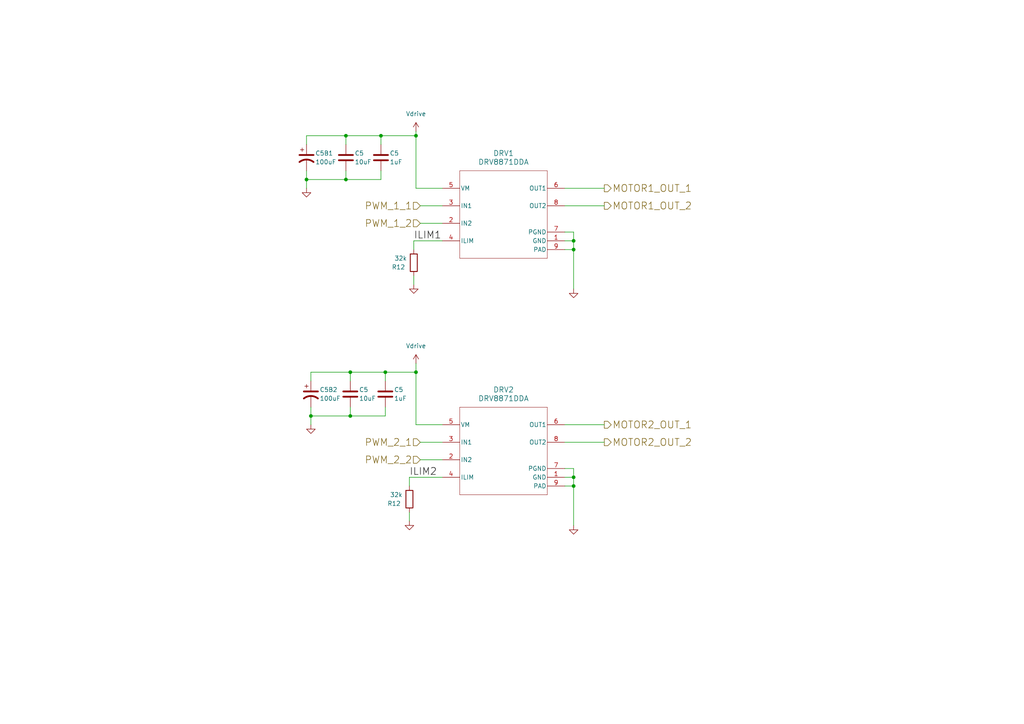
<source format=kicad_sch>
(kicad_sch (version 20230121) (generator eeschema)
  (paper "A4")
  (lib_symbols
    (symbol "DZRV8871:DRV8871DDA" (pin_names (offset 0.254))
      (property "Reference" "U" (at 0 2.54 0))
      (property "Value" "DRV8871DDA" (at 0 0 0))
      (symbol "DRV8871DDA_0_1"
        (polyline (pts (xy -12.7 -12.7) (xy 12.7 -12.7)) (stroke (width 0.1016)))
        (polyline (pts (xy -12.7 12.7) (xy -12.7 -12.7)) (stroke (width 0.1016)))
        (polyline (pts (xy 12.7 -12.7) (xy 12.7 12.7)) (stroke (width 0.1016)))
        (polyline (pts (xy 12.7 12.7) (xy -12.7 12.7)) (stroke (width 0.1016)))
        (pin power_in line (at 17.78 -7.62 180) (length 5.08) (name "GND") (number "1"))
        (pin input line (at -17.78 -2.54 0) (length 5.08) (name "IN2") (number "2"))
        (pin input line (at -17.78 2.54 0) (length 5.08) (name "IN1") (number "3"))
        (pin input line (at -17.78 -7.62 0) (length 5.08) (name "ILIM") (number "4"))
        (pin power_in line (at -17.78 7.62 0) (length 5.08) (name "VM") (number "5"))
        (pin output line (at 17.78 7.62 180) (length 5.08) (name "OUT1") (number "6"))
        (pin power_in line (at 17.78 -5.08 180) (length 5.08) (name "PGND") (number "7"))
        (pin output line (at 17.78 2.54 180) (length 5.08) (name "OUT2") (number "8"))
        (pin power_in line (at 17.78 -10.16 180) (length 5.08) (name "PAD") (number "9"))
      )
    )
    (symbol "Device:C" (pin_numbers hide) (pin_names (offset 0.254))
      (property "Reference" "C" (at 0.635 2.54 0))
      (property "Value" "C" (at 0.635 -2.54 0))
      (symbol "C_0_1"
        (polyline (pts (xy -2.032 -0.762) (xy 2.032 -0.762)) (stroke (width 0.508)))
        (polyline (pts (xy -2.032 0.762) (xy 2.032 0.762)) (stroke (width 0.508)))
      )
      (symbol "C_1_1"
        (pin passive line (at 0 3.81 270) (length 2.794) (name "~") (number "1"))
        (pin passive line (at 0 -3.81 90) (length 2.794) (name "~") (number "2"))
      )
    )
    (symbol "Device:C_Polarized_US" (pin_numbers hide) (pin_names (offset 0.254) hide)
      (property "Reference" "C" (at 0.635 2.54 0))
      (property "Value" "C_Polarized_US" (at 0.635 -2.54 0))
      (symbol "C_Polarized_US_0_1"
        (polyline (pts (xy -2.032 0.762) (xy 2.032 0.762)) (stroke (width 0.508)))
        (polyline (pts (xy -1.778 2.286) (xy -0.762 2.286)))
        (polyline (pts (xy -1.27 1.778) (xy -1.27 2.794)))
        (arc (start 2.032 -1.27) (mid 0 -0.5572) (end -2.032 -1.27) (stroke (width 0.508)))
      )
      (symbol "C_Polarized_US_1_1"
        (pin passive line (at 0 3.81 270) (length 2.794) (name "~") (number "1"))
        (pin passive line (at 0 -3.81 90) (length 3.302) (name "~") (number "2"))
      )
    )
    (symbol "Device:R" (pin_numbers hide) (pin_names (offset 0))
      (property "Reference" "R" (at 2.032 0 90))
      (property "Value" "R" (at 0 0 90))
      (symbol "R_0_1"
        (rectangle (start -1.016 -2.54) (end 1.016 2.54) (stroke (width 0.254)))
      )
      (symbol "R_1_1"
        (pin passive line (at 0 3.81 270) (length 1.27) (name "~") (number "1"))
        (pin passive line (at 0 -3.81 90) (length 1.27) (name "~") (number "2"))
      )
    )
    (symbol "power:GND" (power) (pin_names (offset 0))
      (property "Value" "GND" (at 0 -3.81 0))
      (symbol "GND_0_1"
        (polyline (pts (xy 0 0) (xy 0 -1.27) (xy 1.27 -1.27) (xy 0 -2.54) (xy -1.27 -1.27) (xy 0 -1.27)))
      )
      (symbol "GND_1_1"
        (pin power_in line (at 0 0 270) (length 0) hide (name "GND") (number "1"))
      )
    )
    (symbol "power:Vdrive" (power) (pin_names (offset 0))
      (property "Value" "Vdrive" (at 0 3.81 0))
      (symbol "Vdrive_0_1"
        (polyline (pts (xy -0.762 1.27) (xy 0 2.54)))
        (polyline (pts (xy 0 0) (xy 0 2.54)))
        (polyline (pts (xy 0 2.54) (xy 0.762 1.27)))
      )
      (symbol "Vdrive_1_1"
        (pin power_in line (at 0 0 90) (length 0) hide (name "Vdrive") (number "1"))
      )
    )
  )
  (junction (at 100.33 39.37))
  (junction (at 166.37 72.39))
  (junction (at 110.49 39.37))
  (junction (at 166.37 138.43))
  (junction (at 166.37 140.97))
  (junction (at 120.65 39.37))
  (junction (at 88.9 52.07))
  (junction (at 90.17 120.65))
  (junction (at 100.33 52.07))
  (junction (at 101.6 120.65))
  (junction (at 120.65 107.95))
  (junction (at 111.76 107.95))
  (junction (at 166.37 69.85))
  (junction (at 101.6 107.95))
  (wire (pts (xy 100.33 39.37) (xy 110.49 39.37)))
  (wire (pts (xy 120.65 54.61) (xy 128.27 54.61)))
  (wire (pts (xy 163.83 123.19) (xy 175.26 123.19)))
  (wire (pts (xy 120.65 123.19) (xy 128.27 123.19)))
  (wire (pts (xy 88.9 52.07) (xy 88.9 54.61)))
  (wire (pts (xy 110.49 52.07) (xy 110.49 49.53)))
  (wire (pts (xy 120.65 38.1) (xy 120.65 39.37)))
  (wire (pts (xy 166.37 72.39) (xy 166.37 83.82)))
  (wire (pts (xy 120.015 72.39) (xy 120.015 69.85)))
  (wire (pts (xy 120.65 107.95) (xy 120.65 123.19)))
  (wire (pts (xy 111.76 120.65) (xy 111.76 118.11)))
  (wire (pts (xy 101.6 118.11) (xy 101.6 120.65)))
  (wire (pts (xy 163.83 67.31) (xy 166.37 67.31)))
  (wire (pts (xy 166.37 72.39) (xy 166.37 69.85)))
  (wire (pts (xy 166.37 140.97) (xy 166.37 138.43)))
  (wire (pts (xy 120.015 69.85) (xy 128.27 69.85)))
  (wire (pts (xy 90.17 120.65) (xy 90.17 123.19)))
  (wire (pts (xy 101.6 120.65) (xy 111.76 120.65)))
  (wire (pts (xy 166.37 69.85) (xy 163.83 69.85)))
  (wire (pts (xy 120.65 105.41) (xy 120.65 107.95)))
  (wire (pts (xy 121.92 64.77) (xy 128.27 64.77)))
  (wire (pts (xy 101.6 107.95) (xy 101.6 110.49)))
  (wire (pts (xy 118.745 138.43) (xy 118.745 140.97)))
  (wire (pts (xy 101.6 107.95) (xy 111.76 107.95)))
  (wire (pts (xy 163.83 135.89) (xy 166.37 135.89)))
  (wire (pts (xy 163.83 59.69) (xy 175.26 59.69)))
  (wire (pts (xy 118.745 148.59) (xy 118.745 151.13)))
  (wire (pts (xy 110.49 39.37) (xy 120.65 39.37)))
  (wire (pts (xy 88.9 49.53) (xy 88.9 52.07)))
  (wire (pts (xy 118.745 138.43) (xy 128.27 138.43)))
  (wire (pts (xy 100.33 39.37) (xy 100.33 41.91)))
  (wire (pts (xy 121.92 128.27) (xy 128.27 128.27)))
  (wire (pts (xy 120.015 80.01) (xy 120.015 82.55)))
  (wire (pts (xy 111.76 107.95) (xy 120.65 107.95)))
  (wire (pts (xy 166.37 135.89) (xy 166.37 138.43)))
  (wire (pts (xy 111.76 107.95) (xy 111.76 110.49)))
  (wire (pts (xy 163.83 140.97) (xy 166.37 140.97)))
  (wire (pts (xy 166.37 140.97) (xy 166.37 152.4)))
  (wire (pts (xy 163.83 72.39) (xy 166.37 72.39)))
  (wire (pts (xy 100.33 52.07) (xy 110.49 52.07)))
  (wire (pts (xy 121.92 133.35) (xy 128.27 133.35)))
  (wire (pts (xy 90.17 120.65) (xy 101.6 120.65)))
  (wire (pts (xy 88.9 41.91) (xy 88.9 39.37)))
  (wire (pts (xy 120.65 39.37) (xy 120.65 54.61)))
  (wire (pts (xy 163.83 54.61) (xy 175.26 54.61)))
  (wire (pts (xy 88.9 52.07) (xy 100.33 52.07)))
  (wire (pts (xy 88.9 39.37) (xy 100.33 39.37)))
  (wire (pts (xy 166.37 138.43) (xy 163.83 138.43)))
  (wire (pts (xy 121.92 59.69) (xy 128.27 59.69)))
  (wire (pts (xy 110.49 39.37) (xy 110.49 41.91)))
  (wire (pts (xy 90.17 118.11) (xy 90.17 120.65)))
  (wire (pts (xy 90.17 107.95) (xy 101.6 107.95)))
  (wire (pts (xy 90.17 110.49) (xy 90.17 107.95)))
  (wire (pts (xy 163.83 128.27) (xy 175.26 128.27)))
  (wire (pts (xy 100.33 49.53) (xy 100.33 52.07)))
  (wire (pts (xy 166.37 67.31) (xy 166.37 69.85)))
  (label "ILIM1" (at 120.015 69.85 0) (effects (font (size 2.032 2.032))))
  (label "ILIM2" (at 118.745 138.43 0) (effects (font (size 2.032 2.032))))
  (hierarchical_label "MOTOR2_OUT_2" (shape output) (at 175.26 128.27 0) (effects (font (size 2.032 2.032))))
  (hierarchical_label "PWM_2_2" (shape input) (at 121.92 133.35 180) (effects (font (size 2.032 2.032))))
  (hierarchical_label "PWM_2_1" (shape input) (at 121.92 128.27 180) (effects (font (size 2.032 2.032))))
  (hierarchical_label "PWM_1_1" (shape input) (at 121.92 59.69 180) (effects (font (size 2.032 2.032))))
  (hierarchical_label "MOTOR2_OUT_1" (shape output) (at 175.26 123.19 0) (effects (font (size 2.032 2.032))))
  (hierarchical_label "MOTOR1_OUT_1" (shape output) (at 175.26 54.61 0) (effects (font (size 2.032 2.032))))
  (hierarchical_label "MOTOR1_OUT_2" (shape output) (at 175.26 59.69 0) (effects (font (size 2.032 2.032))))
  (hierarchical_label "PWM_1_2" (shape input) (at 121.92 64.77 180) (effects (font (size 2.032 2.032))))
  (symbol (lib_id "power:GND") (at 90.17 123.19 0) (unit 1)
    (property "Reference" "#PWR028" (effects hide))
    (property "Value" "GND" (effects hide))
    (instances (project "MARV_V0" (path "" (reference "#PWR028") (unit 1)) (path "" (reference "#PWR079") (unit 1)) (path "" (reference "#PWR034") (unit 1))))
  )
  (symbol (lib_id "Device:R") (at 120.015 76.2 180) (unit 1)
    (property "Reference" "R12" (at 115.57 77.47 0))
    (property "Value" "32k" (at 116.205 74.93 0))
    (property "Footprint" "Resistor_SMD:R_0402_1005Metric" (effects hide))
    (instances (project "MARV_V0" (path "" (reference "R12") (unit 1)) (path "" (reference "R64") (unit 1)) (path "" (reference "R501") (unit 1))))
  )
  (symbol (lib_id "power:GND") (at 120.015 82.55 0) (unit 1)
    (property "Reference" "#PWR028" (effects hide))
    (property "Value" "GND" (effects hide))
    (instances (project "MARV_V0" (path "" (reference "#PWR028") (unit 1)) (path "" (reference "#PWR079") (unit 1)) (path "" (reference "#PWR031") (unit 1))))
  )
  (symbol (lib_id "power:Vdrive") (at 120.65 105.41 0) (unit 1)
    (property "Reference" "#PWR020" (effects hide))
    (property "Value" "Vdrive" (at 120.65 100.33 0))
    (instances (project "MARV_V0" (path "" (reference "#PWR020") (unit 1)) (path "" (reference "#PWR027") (unit 1))))
  )
  (symbol (lib_id "power:GND") (at 88.9 54.61 0) (unit 1)
    (property "Reference" "#PWR028" (effects hide))
    (property "Value" "GND" (effects hide))
    (instances (project "MARV_V0" (path "" (reference "#PWR028") (unit 1)) (path "" (reference "#PWR079") (unit 1)) (path "" (reference "#PWR033") (unit 1))))
  )
  (symbol (lib_id "power:GND") (at 166.37 83.82 0) (unit 1)
    (property "Reference" "#PWR028" (effects hide))
    (property "Value" "GND" (effects hide))
    (instances (project "MARV_V0" (path "" (reference "#PWR028") (unit 1)) (path "" (reference "#PWR079") (unit 1)) (path "" (reference "#PWR032") (unit 1))))
  )
  (symbol (lib_id "DZRV8871:DRV8871DDA") (at 146.05 62.23 0) (unit 1)
    (property "Reference" "DRV1" (at 146.05 44.45 0) (effects (font (size 1.524 1.524))))
    (property "Value" "DRV8871DDA" (at 146.05 46.99 0) (effects (font (size 1.524 1.524))))
    (property "Footprint" "DRV:DDA0008H_M" (effects hide))
    (property "Datasheet" "DRV8871DDA" (effects hide))
  )
  (symbol (lib_id "Device:C") (at 111.76 114.3 0) (unit 1)
    (property "Reference" "C5" (at 114.3 113.03 0) (effects (justify left)))
    (property "Value" "1uF" (at 114.3 115.57 0) (effects (justify left)))
    (property "Footprint" "Capacitor_SMD:C_0402_1005Metric" (effects hide))
    (instances (project "MARV_V0" (path "" (reference "C5") (unit 1)) (path "" (reference "C522") (unit 1))))
  )
  (symbol (lib_id "Device:C") (at 100.33 45.72 0) (unit 1)
    (property "Reference" "C5" (at 102.87 44.45 0) (effects (justify left)))
    (property "Value" "10uF" (at 102.87 46.99 0) (effects (justify left)))
    (property "Footprint" "Capacitor_SMD:C_0402_1005Metric" (effects hide))
    (instances (project "MARV_V0" (path "" (reference "C5") (unit 1)) (path "" (reference "C511") (unit 1))))
  )
  (symbol (lib_id "DZRV8871:DRV8871DDA") (at 146.05 130.81 0) (unit 1)
    (property "Reference" "DRV2" (at 146.05 113.03 0) (effects (font (size 1.524 1.524))))
    (property "Value" "DRV8871DDA" (at 146.05 115.57 0) (effects (font (size 1.524 1.524))))
    (property "Footprint" "DRV:DDA0008H_M" (effects hide))
    (property "Datasheet" "DRV8871DDA" (effects hide))
  )
  (symbol (lib_id "Device:C_Polarized_US") (at 88.9 45.72 0) (unit 1)
    (property "Reference" "C5B1" (at 91.44 44.45 0) (effects (justify left)))
    (property "Value" "100uF" (at 91.44 46.99 0) (effects (justify left)))
    (property "Footprint" "Capacitor_SMD:CP_Elec_6.3x7.7" (effects hide))
  )
  (symbol (lib_id "power:GND") (at 118.745 151.13 0) (unit 1)
    (property "Reference" "#PWR028" (effects hide))
    (property "Value" "GND" (effects hide))
    (instances (project "MARV_V0" (path "" (reference "#PWR028") (unit 1)) (path "" (reference "#PWR079") (unit 1)) (path "" (reference "#PWR028") (unit 1))))
  )
  (symbol (lib_id "power:GND") (at 166.37 152.4 0) (unit 1)
    (property "Reference" "#PWR028" (effects hide))
    (property "Value" "GND" (effects hide))
    (instances (project "MARV_V0" (path "" (reference "#PWR028") (unit 1)) (path "" (reference "#PWR079") (unit 1)) (path "" (reference "#PWR029") (unit 1))))
  )
  (symbol (lib_id "Device:R") (at 118.745 144.78 180) (unit 1)
    (property "Reference" "R12" (at 114.3 146.05 0))
    (property "Value" "32k" (at 114.935 143.51 0))
    (property "Footprint" "Resistor_SMD:R_0402_1005Metric" (effects hide))
    (instances (project "MARV_V0" (path "" (reference "R12") (unit 1)) (path "" (reference "R64") (unit 1)) (path "" (reference "R502") (unit 1))))
  )
  (symbol (lib_id "power:Vdrive") (at 120.65 38.1 0) (unit 1)
    (property "Reference" "#PWR020" (effects hide))
    (property "Value" "Vdrive" (at 120.65 33.02 0))
    (instances (project "MARV_V0" (path "" (reference "#PWR020") (unit 1)) (path "" (reference "#PWR030") (unit 1))))
  )
  (symbol (lib_id "Device:C") (at 101.6 114.3 0) (unit 1)
    (property "Reference" "C5" (at 104.14 113.03 0) (effects (justify left)))
    (property "Value" "10uF" (at 104.14 115.57 0) (effects (justify left)))
    (property "Footprint" "Capacitor_SMD:C_0402_1005Metric" (effects hide))
    (instances (project "MARV_V0" (path "" (reference "C5") (unit 1)) (path "" (reference "C521") (unit 1))))
  )
  (symbol (lib_id "Device:C") (at 110.49 45.72 0) (unit 1)
    (property "Reference" "C5" (at 113.03 44.45 0) (effects (justify left)))
    (property "Value" "1uF" (at 113.03 46.99 0) (effects (justify left)))
    (property "Footprint" "Capacitor_SMD:C_0402_1005Metric" (effects hide))
    (instances (project "MARV_V0" (path "" (reference "C5") (unit 1)) (path "" (reference "C512") (unit 1))))
  )
  (symbol (lib_id "Device:C_Polarized_US") (at 90.17 114.3 0) (unit 1)
    (property "Reference" "C5B2" (at 92.71 113.03 0) (effects (justify left)))
    (property "Value" "100uF" (at 92.71 115.57 0) (effects (justify left)))
    (property "Footprint" "Capacitor_SMD:CP_Elec_6.3x7.7" (effects hide))
  )
)
</source>
